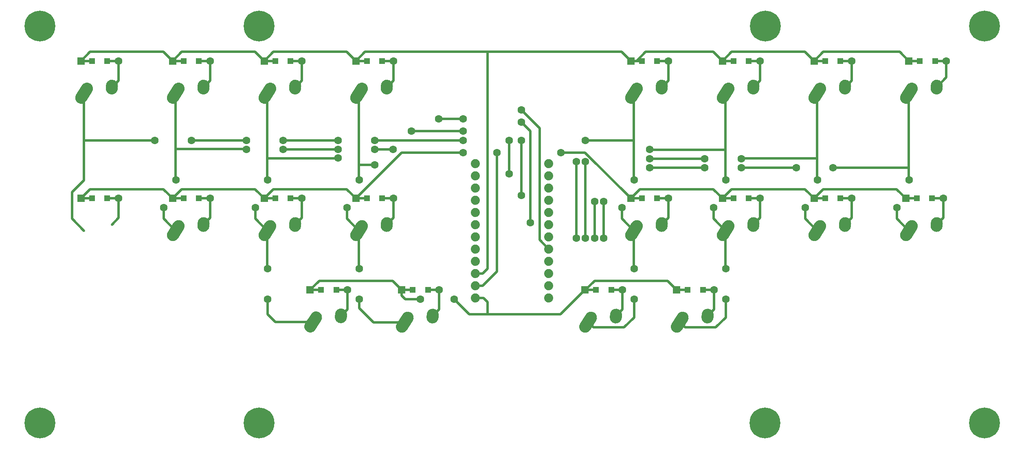
<source format=gbr>
%TF.GenerationSoftware,KiCad,Pcbnew,(5.1.10)-1*%
%TF.CreationDate,2021-10-15T02:03:14+09:00*%
%TF.ProjectId,orca_keyboard,6f726361-5f6b-4657-9962-6f6172642e6b,rev?*%
%TF.SameCoordinates,Original*%
%TF.FileFunction,Copper,L1,Top*%
%TF.FilePolarity,Positive*%
%FSLAX46Y46*%
G04 Gerber Fmt 4.6, Leading zero omitted, Abs format (unit mm)*
G04 Created by KiCad (PCBNEW (5.1.10)-1) date 2021-10-15 02:03:14*
%MOMM*%
%LPD*%
G01*
G04 APERTURE LIST*
%TA.AperFunction,ComponentPad*%
%ADD10C,6.400000*%
%TD*%
%TA.AperFunction,ComponentPad*%
%ADD11C,1.879600*%
%TD*%
%TA.AperFunction,SMDPad,CuDef*%
%ADD12R,1.200000X1.200000*%
%TD*%
%TA.AperFunction,ComponentPad*%
%ADD13R,1.600000X1.600000*%
%TD*%
%TA.AperFunction,ComponentPad*%
%ADD14C,1.600000*%
%TD*%
%TA.AperFunction,SMDPad,CuDef*%
%ADD15R,2.500000X0.500000*%
%TD*%
%TA.AperFunction,ViaPad*%
%ADD16C,1.600000*%
%TD*%
%TA.AperFunction,Conductor*%
%ADD17C,0.500000*%
%TD*%
G04 APERTURE END LIST*
D10*
%TO.P,REF\u002A\u002A,1*%
%TO.N,N/C*%
X200400000Y86580000D03*
%TD*%
%TO.P,REF\u002A\u002A,1*%
%TO.N,N/C*%
X154860000Y86580000D03*
%TD*%
%TO.P,REF\u002A\u002A,1*%
%TO.N,N/C*%
X49620000Y86590000D03*
%TD*%
%TO.P,REF\u002A\u002A,1*%
%TO.N,N/C*%
X4070000Y86580000D03*
%TD*%
%TO.P,REF\u002A\u002A,1*%
%TO.N,N/C*%
X200410000Y4070000D03*
%TD*%
%TO.P,REF\u002A\u002A,1*%
%TO.N,N/C*%
X154840000Y4070000D03*
%TD*%
%TO.P,REF\u002A\u002A,1*%
%TO.N,N/C*%
X49620000Y4070000D03*
%TD*%
%TO.P,REF\u002A\u002A,1*%
%TO.N,N/C*%
X4070000Y4070000D03*
%TD*%
D11*
%TO.P,B1,1*%
%TO.N,Net-(B1-Pad1)*%
X94620000Y58030000D03*
%TO.P,B1,2*%
%TO.N,Net-(B1-Pad2)*%
X94620000Y55490000D03*
%TO.P,B1,3*%
%TO.N,Net-(B1-Pad3)*%
X94620000Y52950000D03*
%TO.P,B1,4*%
%TO.N,Net-(B1-Pad4)*%
X94620000Y50410000D03*
%TO.P,B1,5*%
%TO.N,Net-(B1-Pad5)*%
X94620000Y47870000D03*
%TO.P,B1,6*%
%TO.N,Net-(B1-Pad6)*%
X94620000Y45330000D03*
%TO.P,B1,7*%
%TO.N,Net-(B1-Pad7)*%
X94620000Y42790000D03*
%TO.P,B1,8*%
%TO.N,Net-(B1-Pad8)*%
X94620000Y40250000D03*
%TO.P,B1,9*%
%TO.N,Net-(B1-Pad9)*%
X94620000Y37710000D03*
%TO.P,B1,10*%
%TO.N,/row0*%
X94620000Y35170000D03*
%TO.P,B1,11*%
%TO.N,/row1*%
X94620000Y32630000D03*
%TO.P,B1,12*%
%TO.N,/row2*%
X94620000Y30090000D03*
%TO.P,B1,13*%
%TO.N,/col7*%
X109860000Y30090000D03*
%TO.P,B1,14*%
%TO.N,/col6*%
X109860000Y32630000D03*
%TO.P,B1,15*%
%TO.N,/col5*%
X109860000Y35170000D03*
%TO.P,B1,16*%
%TO.N,/col4*%
X109860000Y37710000D03*
%TO.P,B1,17*%
%TO.N,/col3*%
X109860000Y40250000D03*
%TO.P,B1,18*%
%TO.N,/col2*%
X109860000Y42790000D03*
%TO.P,B1,19*%
%TO.N,/col1*%
X109860000Y45330000D03*
%TO.P,B1,20*%
%TO.N,/col0*%
X109860000Y47870000D03*
%TO.P,B1,21*%
%TO.N,Net-(B1-Pad21)*%
X109860000Y50410000D03*
%TO.P,B1,22*%
%TO.N,Net-(B1-Pad22)*%
X109860000Y52950000D03*
%TO.P,B1,23*%
%TO.N,Net-(B1-Pad23)*%
X109860000Y55490000D03*
%TO.P,B1,24*%
%TO.N,Net-(B1-Pad24)*%
X109860000Y58030000D03*
%TD*%
D12*
%TO.P,D00,2*%
%TO.N,Net-(D00-Pad2)*%
X18085000Y79375000D03*
%TO.P,D00,1*%
%TO.N,/row0*%
X14935000Y79375000D03*
D13*
X12610000Y79375000D03*
D14*
%TO.P,D00,2*%
%TO.N,Net-(D00-Pad2)*%
X20410000Y79375000D03*
D15*
%TO.P,D00,1*%
%TO.N,/row0*%
X13810000Y79375000D03*
%TO.P,D00,2*%
%TO.N,Net-(D00-Pad2)*%
X19210000Y79375000D03*
%TD*%
%TO.P,D01,2*%
%TO.N,Net-(D01-Pad2)*%
X38260000Y79375000D03*
%TO.P,D01,1*%
%TO.N,/row0*%
X32860000Y79375000D03*
D14*
%TO.P,D01,2*%
%TO.N,Net-(D01-Pad2)*%
X39460000Y79375000D03*
D13*
%TO.P,D01,1*%
%TO.N,/row0*%
X31660000Y79375000D03*
D12*
X33985000Y79375000D03*
%TO.P,D01,2*%
%TO.N,Net-(D01-Pad2)*%
X37135000Y79375000D03*
%TD*%
%TO.P,D02,2*%
%TO.N,Net-(D02-Pad2)*%
X56185000Y79375000D03*
%TO.P,D02,1*%
%TO.N,/row0*%
X53035000Y79375000D03*
D13*
X50710000Y79375000D03*
D14*
%TO.P,D02,2*%
%TO.N,Net-(D02-Pad2)*%
X58510000Y79375000D03*
D15*
%TO.P,D02,1*%
%TO.N,/row0*%
X51910000Y79375000D03*
%TO.P,D02,2*%
%TO.N,Net-(D02-Pad2)*%
X57310000Y79375000D03*
%TD*%
%TO.P,D03,2*%
%TO.N,Net-(D03-Pad2)*%
X76360000Y79375000D03*
%TO.P,D03,1*%
%TO.N,/row0*%
X70960000Y79375000D03*
D14*
%TO.P,D03,2*%
%TO.N,Net-(D03-Pad2)*%
X77560000Y79375000D03*
D13*
%TO.P,D03,1*%
%TO.N,/row0*%
X69760000Y79375000D03*
D12*
X72085000Y79375000D03*
%TO.P,D03,2*%
%TO.N,Net-(D03-Pad2)*%
X75235000Y79375000D03*
%TD*%
D15*
%TO.P,D04,2*%
%TO.N,Net-(D04-Pad2)*%
X133510000Y79375000D03*
%TO.P,D04,1*%
%TO.N,/row0*%
X128110000Y79375000D03*
D14*
%TO.P,D04,2*%
%TO.N,Net-(D04-Pad2)*%
X134710000Y79375000D03*
D13*
%TO.P,D04,1*%
%TO.N,/row0*%
X126910000Y79375000D03*
D12*
X129235000Y79375000D03*
%TO.P,D04,2*%
%TO.N,Net-(D04-Pad2)*%
X132385000Y79375000D03*
%TD*%
D15*
%TO.P,D05,2*%
%TO.N,Net-(D05-Pad2)*%
X152560000Y79375000D03*
%TO.P,D05,1*%
%TO.N,/row0*%
X147160000Y79375000D03*
D14*
%TO.P,D05,2*%
%TO.N,Net-(D05-Pad2)*%
X153760000Y79375000D03*
D13*
%TO.P,D05,1*%
%TO.N,/row0*%
X145960000Y79375000D03*
D12*
X148285000Y79375000D03*
%TO.P,D05,2*%
%TO.N,Net-(D05-Pad2)*%
X151435000Y79375000D03*
%TD*%
%TO.P,D06,2*%
%TO.N,Net-(D06-Pad2)*%
X170485000Y79375000D03*
%TO.P,D06,1*%
%TO.N,/row0*%
X167335000Y79375000D03*
D13*
X165010000Y79375000D03*
D14*
%TO.P,D06,2*%
%TO.N,Net-(D06-Pad2)*%
X172810000Y79375000D03*
D15*
%TO.P,D06,1*%
%TO.N,/row0*%
X166210000Y79375000D03*
%TO.P,D06,2*%
%TO.N,Net-(D06-Pad2)*%
X171610000Y79375000D03*
%TD*%
%TO.P,D07,2*%
%TO.N,Net-(D07-Pad2)*%
X191295000Y79375000D03*
%TO.P,D07,1*%
%TO.N,/row0*%
X185895000Y79375000D03*
D14*
%TO.P,D07,2*%
%TO.N,Net-(D07-Pad2)*%
X192495000Y79375000D03*
D13*
%TO.P,D07,1*%
%TO.N,/row0*%
X184695000Y79375000D03*
D12*
X187020000Y79375000D03*
%TO.P,D07,2*%
%TO.N,Net-(D07-Pad2)*%
X190170000Y79375000D03*
%TD*%
%TO.P,D10,2*%
%TO.N,Net-(D10-Pad2)*%
X18085000Y50800000D03*
%TO.P,D10,1*%
%TO.N,/row1*%
X14935000Y50800000D03*
D13*
X12610000Y50800000D03*
D14*
%TO.P,D10,2*%
%TO.N,Net-(D10-Pad2)*%
X20410000Y50800000D03*
D15*
%TO.P,D10,1*%
%TO.N,/row1*%
X13810000Y50800000D03*
%TO.P,D10,2*%
%TO.N,Net-(D10-Pad2)*%
X19210000Y50800000D03*
%TD*%
%TO.P,D11,2*%
%TO.N,Net-(D11-Pad2)*%
X38260000Y50800000D03*
%TO.P,D11,1*%
%TO.N,/row1*%
X32860000Y50800000D03*
D14*
%TO.P,D11,2*%
%TO.N,Net-(D11-Pad2)*%
X39460000Y50800000D03*
D13*
%TO.P,D11,1*%
%TO.N,/row1*%
X31660000Y50800000D03*
D12*
X33985000Y50800000D03*
%TO.P,D11,2*%
%TO.N,Net-(D11-Pad2)*%
X37135000Y50800000D03*
%TD*%
D15*
%TO.P,D12,2*%
%TO.N,Net-(D12-Pad2)*%
X57310000Y50800000D03*
%TO.P,D12,1*%
%TO.N,/row1*%
X51910000Y50800000D03*
D14*
%TO.P,D12,2*%
%TO.N,Net-(D12-Pad2)*%
X58510000Y50800000D03*
D13*
%TO.P,D12,1*%
%TO.N,/row1*%
X50710000Y50800000D03*
D12*
X53035000Y50800000D03*
%TO.P,D12,2*%
%TO.N,Net-(D12-Pad2)*%
X56185000Y50800000D03*
%TD*%
%TO.P,D13,2*%
%TO.N,Net-(D13-Pad2)*%
X75235000Y50800000D03*
%TO.P,D13,1*%
%TO.N,/row1*%
X72085000Y50800000D03*
D13*
X69760000Y50800000D03*
D14*
%TO.P,D13,2*%
%TO.N,Net-(D13-Pad2)*%
X77560000Y50800000D03*
D15*
%TO.P,D13,1*%
%TO.N,/row1*%
X70960000Y50800000D03*
%TO.P,D13,2*%
%TO.N,Net-(D13-Pad2)*%
X76360000Y50800000D03*
%TD*%
D12*
%TO.P,D14,2*%
%TO.N,Net-(D14-Pad2)*%
X132385000Y50800000D03*
%TO.P,D14,1*%
%TO.N,/row1*%
X129235000Y50800000D03*
D13*
X126910000Y50800000D03*
D14*
%TO.P,D14,2*%
%TO.N,Net-(D14-Pad2)*%
X134710000Y50800000D03*
D15*
%TO.P,D14,1*%
%TO.N,/row1*%
X128110000Y50800000D03*
%TO.P,D14,2*%
%TO.N,Net-(D14-Pad2)*%
X133510000Y50800000D03*
%TD*%
%TO.P,D15,2*%
%TO.N,Net-(D15-Pad2)*%
X152560000Y50800000D03*
%TO.P,D15,1*%
%TO.N,/row1*%
X147160000Y50800000D03*
D14*
%TO.P,D15,2*%
%TO.N,Net-(D15-Pad2)*%
X153760000Y50800000D03*
D13*
%TO.P,D15,1*%
%TO.N,/row1*%
X145960000Y50800000D03*
D12*
X148285000Y50800000D03*
%TO.P,D15,2*%
%TO.N,Net-(D15-Pad2)*%
X151435000Y50800000D03*
%TD*%
D15*
%TO.P,D16,2*%
%TO.N,Net-(D16-Pad2)*%
X171610000Y50800000D03*
%TO.P,D16,1*%
%TO.N,/row1*%
X166210000Y50800000D03*
D14*
%TO.P,D16,2*%
%TO.N,Net-(D16-Pad2)*%
X172810000Y50800000D03*
D13*
%TO.P,D16,1*%
%TO.N,/row1*%
X165010000Y50800000D03*
D12*
X167335000Y50800000D03*
%TO.P,D16,2*%
%TO.N,Net-(D16-Pad2)*%
X170485000Y50800000D03*
%TD*%
%TO.P,D17,2*%
%TO.N,Net-(D17-Pad2)*%
X189535000Y50800000D03*
%TO.P,D17,1*%
%TO.N,/row1*%
X186385000Y50800000D03*
D13*
X184060000Y50800000D03*
D14*
%TO.P,D17,2*%
%TO.N,Net-(D17-Pad2)*%
X191860000Y50800000D03*
D15*
%TO.P,D17,1*%
%TO.N,/row1*%
X185260000Y50800000D03*
%TO.P,D17,2*%
%TO.N,Net-(D17-Pad2)*%
X190660000Y50800000D03*
%TD*%
%TO.P,D22,2*%
%TO.N,Net-(D22-Pad2)*%
X66835000Y31750000D03*
%TO.P,D22,1*%
%TO.N,/row2*%
X61435000Y31750000D03*
D14*
%TO.P,D22,2*%
%TO.N,Net-(D22-Pad2)*%
X68035000Y31750000D03*
D13*
%TO.P,D22,1*%
%TO.N,/row2*%
X60235000Y31750000D03*
D12*
X62560000Y31750000D03*
%TO.P,D22,2*%
%TO.N,Net-(D22-Pad2)*%
X65710000Y31750000D03*
%TD*%
%TO.P,D23,2*%
%TO.N,Net-(D23-Pad2)*%
X84760000Y31750000D03*
%TO.P,D23,1*%
%TO.N,/row2*%
X81610000Y31750000D03*
D13*
X79285000Y31750000D03*
D14*
%TO.P,D23,2*%
%TO.N,Net-(D23-Pad2)*%
X87085000Y31750000D03*
D15*
%TO.P,D23,1*%
%TO.N,/row2*%
X80485000Y31750000D03*
%TO.P,D23,2*%
%TO.N,Net-(D23-Pad2)*%
X85885000Y31750000D03*
%TD*%
D12*
%TO.P,D24,2*%
%TO.N,Net-(D24-Pad2)*%
X122860000Y31750000D03*
%TO.P,D24,1*%
%TO.N,/row2*%
X119710000Y31750000D03*
D13*
X117385000Y31750000D03*
D14*
%TO.P,D24,2*%
%TO.N,Net-(D24-Pad2)*%
X125185000Y31750000D03*
D15*
%TO.P,D24,1*%
%TO.N,/row2*%
X118585000Y31750000D03*
%TO.P,D24,2*%
%TO.N,Net-(D24-Pad2)*%
X123985000Y31750000D03*
%TD*%
D12*
%TO.P,D25,2*%
%TO.N,Net-(D25-Pad2)*%
X141910000Y31750000D03*
%TO.P,D25,1*%
%TO.N,/row2*%
X138760000Y31750000D03*
D13*
X136435000Y31750000D03*
D14*
%TO.P,D25,2*%
%TO.N,Net-(D25-Pad2)*%
X144235000Y31750000D03*
D15*
%TO.P,D25,1*%
%TO.N,/row2*%
X137635000Y31750000D03*
%TO.P,D25,2*%
%TO.N,Net-(D25-Pad2)*%
X143035000Y31750000D03*
%TD*%
%TO.P,K00,2*%
%TO.N,Net-(D00-Pad2)*%
%TA.AperFunction,ComponentPad*%
G36*
G01*
X17783171Y73715691D02*
X17822619Y74294347D01*
G75*
G02*
X19154743Y75456433I1247105J-85019D01*
G01*
X19154743Y75456433D01*
G75*
G02*
X20316829Y74124309I-85019J-1247105D01*
G01*
X20277381Y73545653D01*
G75*
G02*
X18945257Y72383567I-1247105J85019D01*
G01*
X18945257Y72383567D01*
G75*
G02*
X17783171Y73715691I85019J1247105D01*
G01*
G37*
%TD.AperFunction*%
%TO.P,K00,1*%
%TO.N,/col0*%
%TA.AperFunction,ComponentPad*%
G36*
G01*
X11616299Y72372810D02*
X12825223Y74270440D01*
G75*
G02*
X14551087Y74653054I1054239J-671625D01*
G01*
X14551087Y74653054D01*
G75*
G02*
X14933701Y72927190I-671625J-1054239D01*
G01*
X13724777Y71029560D01*
G75*
G02*
X11998913Y70646946I-1054239J671625D01*
G01*
X11998913Y70646946D01*
G75*
G02*
X11616299Y72372810I671625J1054239D01*
G01*
G37*
%TD.AperFunction*%
%TD*%
%TO.P,K01,1*%
%TO.N,/col1*%
%TA.AperFunction,ComponentPad*%
G36*
G01*
X30666299Y72372810D02*
X31875223Y74270440D01*
G75*
G02*
X33601087Y74653054I1054239J-671625D01*
G01*
X33601087Y74653054D01*
G75*
G02*
X33983701Y72927190I-671625J-1054239D01*
G01*
X32774777Y71029560D01*
G75*
G02*
X31048913Y70646946I-1054239J671625D01*
G01*
X31048913Y70646946D01*
G75*
G02*
X30666299Y72372810I671625J1054239D01*
G01*
G37*
%TD.AperFunction*%
%TO.P,K01,2*%
%TO.N,Net-(D01-Pad2)*%
%TA.AperFunction,ComponentPad*%
G36*
G01*
X36833171Y73715691D02*
X36872619Y74294347D01*
G75*
G02*
X38204743Y75456433I1247105J-85019D01*
G01*
X38204743Y75456433D01*
G75*
G02*
X39366829Y74124309I-85019J-1247105D01*
G01*
X39327381Y73545653D01*
G75*
G02*
X37995257Y72383567I-1247105J85019D01*
G01*
X37995257Y72383567D01*
G75*
G02*
X36833171Y73715691I85019J1247105D01*
G01*
G37*
%TD.AperFunction*%
%TD*%
%TO.P,K02,2*%
%TO.N,Net-(D02-Pad2)*%
%TA.AperFunction,ComponentPad*%
G36*
G01*
X55883171Y73715691D02*
X55922619Y74294347D01*
G75*
G02*
X57254743Y75456433I1247105J-85019D01*
G01*
X57254743Y75456433D01*
G75*
G02*
X58416829Y74124309I-85019J-1247105D01*
G01*
X58377381Y73545653D01*
G75*
G02*
X57045257Y72383567I-1247105J85019D01*
G01*
X57045257Y72383567D01*
G75*
G02*
X55883171Y73715691I85019J1247105D01*
G01*
G37*
%TD.AperFunction*%
%TO.P,K02,1*%
%TO.N,/col2*%
%TA.AperFunction,ComponentPad*%
G36*
G01*
X49716299Y72372810D02*
X50925223Y74270440D01*
G75*
G02*
X52651087Y74653054I1054239J-671625D01*
G01*
X52651087Y74653054D01*
G75*
G02*
X53033701Y72927190I-671625J-1054239D01*
G01*
X51824777Y71029560D01*
G75*
G02*
X50098913Y70646946I-1054239J671625D01*
G01*
X50098913Y70646946D01*
G75*
G02*
X49716299Y72372810I671625J1054239D01*
G01*
G37*
%TD.AperFunction*%
%TD*%
%TO.P,K03,1*%
%TO.N,/col3*%
%TA.AperFunction,ComponentPad*%
G36*
G01*
X68766299Y72372810D02*
X69975223Y74270440D01*
G75*
G02*
X71701087Y74653054I1054239J-671625D01*
G01*
X71701087Y74653054D01*
G75*
G02*
X72083701Y72927190I-671625J-1054239D01*
G01*
X70874777Y71029560D01*
G75*
G02*
X69148913Y70646946I-1054239J671625D01*
G01*
X69148913Y70646946D01*
G75*
G02*
X68766299Y72372810I671625J1054239D01*
G01*
G37*
%TD.AperFunction*%
%TO.P,K03,2*%
%TO.N,Net-(D03-Pad2)*%
%TA.AperFunction,ComponentPad*%
G36*
G01*
X74933171Y73715691D02*
X74972619Y74294347D01*
G75*
G02*
X76304743Y75456433I1247105J-85019D01*
G01*
X76304743Y75456433D01*
G75*
G02*
X77466829Y74124309I-85019J-1247105D01*
G01*
X77427381Y73545653D01*
G75*
G02*
X76095257Y72383567I-1247105J85019D01*
G01*
X76095257Y72383567D01*
G75*
G02*
X74933171Y73715691I85019J1247105D01*
G01*
G37*
%TD.AperFunction*%
%TD*%
%TO.P,K04,2*%
%TO.N,Net-(D04-Pad2)*%
%TA.AperFunction,ComponentPad*%
G36*
G01*
X132083171Y73715691D02*
X132122619Y74294347D01*
G75*
G02*
X133454743Y75456433I1247105J-85019D01*
G01*
X133454743Y75456433D01*
G75*
G02*
X134616829Y74124309I-85019J-1247105D01*
G01*
X134577381Y73545653D01*
G75*
G02*
X133245257Y72383567I-1247105J85019D01*
G01*
X133245257Y72383567D01*
G75*
G02*
X132083171Y73715691I85019J1247105D01*
G01*
G37*
%TD.AperFunction*%
%TO.P,K04,1*%
%TO.N,/col4*%
%TA.AperFunction,ComponentPad*%
G36*
G01*
X125916299Y72372810D02*
X127125223Y74270440D01*
G75*
G02*
X128851087Y74653054I1054239J-671625D01*
G01*
X128851087Y74653054D01*
G75*
G02*
X129233701Y72927190I-671625J-1054239D01*
G01*
X128024777Y71029560D01*
G75*
G02*
X126298913Y70646946I-1054239J671625D01*
G01*
X126298913Y70646946D01*
G75*
G02*
X125916299Y72372810I671625J1054239D01*
G01*
G37*
%TD.AperFunction*%
%TD*%
%TO.P,K05,1*%
%TO.N,/col5*%
%TA.AperFunction,ComponentPad*%
G36*
G01*
X144966299Y72372810D02*
X146175223Y74270440D01*
G75*
G02*
X147901087Y74653054I1054239J-671625D01*
G01*
X147901087Y74653054D01*
G75*
G02*
X148283701Y72927190I-671625J-1054239D01*
G01*
X147074777Y71029560D01*
G75*
G02*
X145348913Y70646946I-1054239J671625D01*
G01*
X145348913Y70646946D01*
G75*
G02*
X144966299Y72372810I671625J1054239D01*
G01*
G37*
%TD.AperFunction*%
%TO.P,K05,2*%
%TO.N,Net-(D05-Pad2)*%
%TA.AperFunction,ComponentPad*%
G36*
G01*
X151133171Y73715691D02*
X151172619Y74294347D01*
G75*
G02*
X152504743Y75456433I1247105J-85019D01*
G01*
X152504743Y75456433D01*
G75*
G02*
X153666829Y74124309I-85019J-1247105D01*
G01*
X153627381Y73545653D01*
G75*
G02*
X152295257Y72383567I-1247105J85019D01*
G01*
X152295257Y72383567D01*
G75*
G02*
X151133171Y73715691I85019J1247105D01*
G01*
G37*
%TD.AperFunction*%
%TD*%
%TO.P,K06,2*%
%TO.N,Net-(D06-Pad2)*%
%TA.AperFunction,ComponentPad*%
G36*
G01*
X170183171Y73715691D02*
X170222619Y74294347D01*
G75*
G02*
X171554743Y75456433I1247105J-85019D01*
G01*
X171554743Y75456433D01*
G75*
G02*
X172716829Y74124309I-85019J-1247105D01*
G01*
X172677381Y73545653D01*
G75*
G02*
X171345257Y72383567I-1247105J85019D01*
G01*
X171345257Y72383567D01*
G75*
G02*
X170183171Y73715691I85019J1247105D01*
G01*
G37*
%TD.AperFunction*%
%TO.P,K06,1*%
%TO.N,/col6*%
%TA.AperFunction,ComponentPad*%
G36*
G01*
X164016299Y72372810D02*
X165225223Y74270440D01*
G75*
G02*
X166951087Y74653054I1054239J-671625D01*
G01*
X166951087Y74653054D01*
G75*
G02*
X167333701Y72927190I-671625J-1054239D01*
G01*
X166124777Y71029560D01*
G75*
G02*
X164398913Y70646946I-1054239J671625D01*
G01*
X164398913Y70646946D01*
G75*
G02*
X164016299Y72372810I671625J1054239D01*
G01*
G37*
%TD.AperFunction*%
%TD*%
%TO.P,K07,1*%
%TO.N,/col7*%
%TA.AperFunction,ComponentPad*%
G36*
G01*
X183066299Y72372810D02*
X184275223Y74270440D01*
G75*
G02*
X186001087Y74653054I1054239J-671625D01*
G01*
X186001087Y74653054D01*
G75*
G02*
X186383701Y72927190I-671625J-1054239D01*
G01*
X185174777Y71029560D01*
G75*
G02*
X183448913Y70646946I-1054239J671625D01*
G01*
X183448913Y70646946D01*
G75*
G02*
X183066299Y72372810I671625J1054239D01*
G01*
G37*
%TD.AperFunction*%
%TO.P,K07,2*%
%TO.N,Net-(D07-Pad2)*%
%TA.AperFunction,ComponentPad*%
G36*
G01*
X189233171Y73715691D02*
X189272619Y74294347D01*
G75*
G02*
X190604743Y75456433I1247105J-85019D01*
G01*
X190604743Y75456433D01*
G75*
G02*
X191766829Y74124309I-85019J-1247105D01*
G01*
X191727381Y73545653D01*
G75*
G02*
X190395257Y72383567I-1247105J85019D01*
G01*
X190395257Y72383567D01*
G75*
G02*
X189233171Y73715691I85019J1247105D01*
G01*
G37*
%TD.AperFunction*%
%TD*%
%TO.P,K11,2*%
%TO.N,Net-(D11-Pad2)*%
%TA.AperFunction,ComponentPad*%
G36*
G01*
X36833171Y45135691D02*
X36872619Y45714347D01*
G75*
G02*
X38204743Y46876433I1247105J-85019D01*
G01*
X38204743Y46876433D01*
G75*
G02*
X39366829Y45544309I-85019J-1247105D01*
G01*
X39327381Y44965653D01*
G75*
G02*
X37995257Y43803567I-1247105J85019D01*
G01*
X37995257Y43803567D01*
G75*
G02*
X36833171Y45135691I85019J1247105D01*
G01*
G37*
%TD.AperFunction*%
%TO.P,K11,1*%
%TO.N,/col1*%
%TA.AperFunction,ComponentPad*%
G36*
G01*
X30666299Y43792810D02*
X31875223Y45690440D01*
G75*
G02*
X33601087Y46073054I1054239J-671625D01*
G01*
X33601087Y46073054D01*
G75*
G02*
X33983701Y44347190I-671625J-1054239D01*
G01*
X32774777Y42449560D01*
G75*
G02*
X31048913Y42066946I-1054239J671625D01*
G01*
X31048913Y42066946D01*
G75*
G02*
X30666299Y43792810I671625J1054239D01*
G01*
G37*
%TD.AperFunction*%
%TD*%
%TO.P,K12,1*%
%TO.N,/col2*%
%TA.AperFunction,ComponentPad*%
G36*
G01*
X49716299Y43792810D02*
X50925223Y45690440D01*
G75*
G02*
X52651087Y46073054I1054239J-671625D01*
G01*
X52651087Y46073054D01*
G75*
G02*
X53033701Y44347190I-671625J-1054239D01*
G01*
X51824777Y42449560D01*
G75*
G02*
X50098913Y42066946I-1054239J671625D01*
G01*
X50098913Y42066946D01*
G75*
G02*
X49716299Y43792810I671625J1054239D01*
G01*
G37*
%TD.AperFunction*%
%TO.P,K12,2*%
%TO.N,Net-(D12-Pad2)*%
%TA.AperFunction,ComponentPad*%
G36*
G01*
X55883171Y45135691D02*
X55922619Y45714347D01*
G75*
G02*
X57254743Y46876433I1247105J-85019D01*
G01*
X57254743Y46876433D01*
G75*
G02*
X58416829Y45544309I-85019J-1247105D01*
G01*
X58377381Y44965653D01*
G75*
G02*
X57045257Y43803567I-1247105J85019D01*
G01*
X57045257Y43803567D01*
G75*
G02*
X55883171Y45135691I85019J1247105D01*
G01*
G37*
%TD.AperFunction*%
%TD*%
%TO.P,K13,2*%
%TO.N,Net-(D13-Pad2)*%
%TA.AperFunction,ComponentPad*%
G36*
G01*
X74933171Y45135691D02*
X74972619Y45714347D01*
G75*
G02*
X76304743Y46876433I1247105J-85019D01*
G01*
X76304743Y46876433D01*
G75*
G02*
X77466829Y45544309I-85019J-1247105D01*
G01*
X77427381Y44965653D01*
G75*
G02*
X76095257Y43803567I-1247105J85019D01*
G01*
X76095257Y43803567D01*
G75*
G02*
X74933171Y45135691I85019J1247105D01*
G01*
G37*
%TD.AperFunction*%
%TO.P,K13,1*%
%TO.N,/col3*%
%TA.AperFunction,ComponentPad*%
G36*
G01*
X68766299Y43792810D02*
X69975223Y45690440D01*
G75*
G02*
X71701087Y46073054I1054239J-671625D01*
G01*
X71701087Y46073054D01*
G75*
G02*
X72083701Y44347190I-671625J-1054239D01*
G01*
X70874777Y42449560D01*
G75*
G02*
X69148913Y42066946I-1054239J671625D01*
G01*
X69148913Y42066946D01*
G75*
G02*
X68766299Y43792810I671625J1054239D01*
G01*
G37*
%TD.AperFunction*%
%TD*%
%TO.P,K14,1*%
%TO.N,/col4*%
%TA.AperFunction,ComponentPad*%
G36*
G01*
X125916299Y43792810D02*
X127125223Y45690440D01*
G75*
G02*
X128851087Y46073054I1054239J-671625D01*
G01*
X128851087Y46073054D01*
G75*
G02*
X129233701Y44347190I-671625J-1054239D01*
G01*
X128024777Y42449560D01*
G75*
G02*
X126298913Y42066946I-1054239J671625D01*
G01*
X126298913Y42066946D01*
G75*
G02*
X125916299Y43792810I671625J1054239D01*
G01*
G37*
%TD.AperFunction*%
%TO.P,K14,2*%
%TO.N,Net-(D14-Pad2)*%
%TA.AperFunction,ComponentPad*%
G36*
G01*
X132083171Y45135691D02*
X132122619Y45714347D01*
G75*
G02*
X133454743Y46876433I1247105J-85019D01*
G01*
X133454743Y46876433D01*
G75*
G02*
X134616829Y45544309I-85019J-1247105D01*
G01*
X134577381Y44965653D01*
G75*
G02*
X133245257Y43803567I-1247105J85019D01*
G01*
X133245257Y43803567D01*
G75*
G02*
X132083171Y45135691I85019J1247105D01*
G01*
G37*
%TD.AperFunction*%
%TD*%
%TO.P,K15,2*%
%TO.N,Net-(D15-Pad2)*%
%TA.AperFunction,ComponentPad*%
G36*
G01*
X151133171Y45135691D02*
X151172619Y45714347D01*
G75*
G02*
X152504743Y46876433I1247105J-85019D01*
G01*
X152504743Y46876433D01*
G75*
G02*
X153666829Y45544309I-85019J-1247105D01*
G01*
X153627381Y44965653D01*
G75*
G02*
X152295257Y43803567I-1247105J85019D01*
G01*
X152295257Y43803567D01*
G75*
G02*
X151133171Y45135691I85019J1247105D01*
G01*
G37*
%TD.AperFunction*%
%TO.P,K15,1*%
%TO.N,/col5*%
%TA.AperFunction,ComponentPad*%
G36*
G01*
X144966299Y43792810D02*
X146175223Y45690440D01*
G75*
G02*
X147901087Y46073054I1054239J-671625D01*
G01*
X147901087Y46073054D01*
G75*
G02*
X148283701Y44347190I-671625J-1054239D01*
G01*
X147074777Y42449560D01*
G75*
G02*
X145348913Y42066946I-1054239J671625D01*
G01*
X145348913Y42066946D01*
G75*
G02*
X144966299Y43792810I671625J1054239D01*
G01*
G37*
%TD.AperFunction*%
%TD*%
%TO.P,K16,1*%
%TO.N,/col6*%
%TA.AperFunction,ComponentPad*%
G36*
G01*
X164016299Y43792810D02*
X165225223Y45690440D01*
G75*
G02*
X166951087Y46073054I1054239J-671625D01*
G01*
X166951087Y46073054D01*
G75*
G02*
X167333701Y44347190I-671625J-1054239D01*
G01*
X166124777Y42449560D01*
G75*
G02*
X164398913Y42066946I-1054239J671625D01*
G01*
X164398913Y42066946D01*
G75*
G02*
X164016299Y43792810I671625J1054239D01*
G01*
G37*
%TD.AperFunction*%
%TO.P,K16,2*%
%TO.N,Net-(D16-Pad2)*%
%TA.AperFunction,ComponentPad*%
G36*
G01*
X170183171Y45135691D02*
X170222619Y45714347D01*
G75*
G02*
X171554743Y46876433I1247105J-85019D01*
G01*
X171554743Y46876433D01*
G75*
G02*
X172716829Y45544309I-85019J-1247105D01*
G01*
X172677381Y44965653D01*
G75*
G02*
X171345257Y43803567I-1247105J85019D01*
G01*
X171345257Y43803567D01*
G75*
G02*
X170183171Y45135691I85019J1247105D01*
G01*
G37*
%TD.AperFunction*%
%TD*%
%TO.P,K17,2*%
%TO.N,Net-(D17-Pad2)*%
%TA.AperFunction,ComponentPad*%
G36*
G01*
X189233171Y45135691D02*
X189272619Y45714347D01*
G75*
G02*
X190604743Y46876433I1247105J-85019D01*
G01*
X190604743Y46876433D01*
G75*
G02*
X191766829Y45544309I-85019J-1247105D01*
G01*
X191727381Y44965653D01*
G75*
G02*
X190395257Y43803567I-1247105J85019D01*
G01*
X190395257Y43803567D01*
G75*
G02*
X189233171Y45135691I85019J1247105D01*
G01*
G37*
%TD.AperFunction*%
%TO.P,K17,1*%
%TO.N,/col7*%
%TA.AperFunction,ComponentPad*%
G36*
G01*
X183066299Y43792810D02*
X184275223Y45690440D01*
G75*
G02*
X186001087Y46073054I1054239J-671625D01*
G01*
X186001087Y46073054D01*
G75*
G02*
X186383701Y44347190I-671625J-1054239D01*
G01*
X185174777Y42449560D01*
G75*
G02*
X183448913Y42066946I-1054239J671625D01*
G01*
X183448913Y42066946D01*
G75*
G02*
X183066299Y43792810I671625J1054239D01*
G01*
G37*
%TD.AperFunction*%
%TD*%
%TO.P,K22,1*%
%TO.N,/col2*%
%TA.AperFunction,ComponentPad*%
G36*
G01*
X59236299Y24792810D02*
X60445223Y26690440D01*
G75*
G02*
X62171087Y27073054I1054239J-671625D01*
G01*
X62171087Y27073054D01*
G75*
G02*
X62553701Y25347190I-671625J-1054239D01*
G01*
X61344777Y23449560D01*
G75*
G02*
X59618913Y23066946I-1054239J671625D01*
G01*
X59618913Y23066946D01*
G75*
G02*
X59236299Y24792810I671625J1054239D01*
G01*
G37*
%TD.AperFunction*%
%TO.P,K22,2*%
%TO.N,Net-(D22-Pad2)*%
%TA.AperFunction,ComponentPad*%
G36*
G01*
X65403171Y26135691D02*
X65442619Y26714347D01*
G75*
G02*
X66774743Y27876433I1247105J-85019D01*
G01*
X66774743Y27876433D01*
G75*
G02*
X67936829Y26544309I-85019J-1247105D01*
G01*
X67897381Y25965653D01*
G75*
G02*
X66565257Y24803567I-1247105J85019D01*
G01*
X66565257Y24803567D01*
G75*
G02*
X65403171Y26135691I85019J1247105D01*
G01*
G37*
%TD.AperFunction*%
%TD*%
%TO.P,K23,1*%
%TO.N,/col3*%
%TA.AperFunction,ComponentPad*%
G36*
G01*
X78286299Y24742810D02*
X79495223Y26640440D01*
G75*
G02*
X81221087Y27023054I1054239J-671625D01*
G01*
X81221087Y27023054D01*
G75*
G02*
X81603701Y25297190I-671625J-1054239D01*
G01*
X80394777Y23399560D01*
G75*
G02*
X78668913Y23016946I-1054239J671625D01*
G01*
X78668913Y23016946D01*
G75*
G02*
X78286299Y24742810I671625J1054239D01*
G01*
G37*
%TD.AperFunction*%
%TO.P,K23,2*%
%TO.N,Net-(D23-Pad2)*%
%TA.AperFunction,ComponentPad*%
G36*
G01*
X84453171Y26085691D02*
X84492619Y26664347D01*
G75*
G02*
X85824743Y27826433I1247105J-85019D01*
G01*
X85824743Y27826433D01*
G75*
G02*
X86986829Y26494309I-85019J-1247105D01*
G01*
X86947381Y25915653D01*
G75*
G02*
X85615257Y24753567I-1247105J85019D01*
G01*
X85615257Y24753567D01*
G75*
G02*
X84453171Y26085691I85019J1247105D01*
G01*
G37*
%TD.AperFunction*%
%TD*%
%TO.P,K24,2*%
%TO.N,Net-(D24-Pad2)*%
%TA.AperFunction,ComponentPad*%
G36*
G01*
X122553171Y26085691D02*
X122592619Y26664347D01*
G75*
G02*
X123924743Y27826433I1247105J-85019D01*
G01*
X123924743Y27826433D01*
G75*
G02*
X125086829Y26494309I-85019J-1247105D01*
G01*
X125047381Y25915653D01*
G75*
G02*
X123715257Y24753567I-1247105J85019D01*
G01*
X123715257Y24753567D01*
G75*
G02*
X122553171Y26085691I85019J1247105D01*
G01*
G37*
%TD.AperFunction*%
%TO.P,K24,1*%
%TO.N,/col4*%
%TA.AperFunction,ComponentPad*%
G36*
G01*
X116386299Y24742810D02*
X117595223Y26640440D01*
G75*
G02*
X119321087Y27023054I1054239J-671625D01*
G01*
X119321087Y27023054D01*
G75*
G02*
X119703701Y25297190I-671625J-1054239D01*
G01*
X118494777Y23399560D01*
G75*
G02*
X116768913Y23016946I-1054239J671625D01*
G01*
X116768913Y23016946D01*
G75*
G02*
X116386299Y24742810I671625J1054239D01*
G01*
G37*
%TD.AperFunction*%
%TD*%
%TO.P,K25,2*%
%TO.N,Net-(D25-Pad2)*%
%TA.AperFunction,ComponentPad*%
G36*
G01*
X141603171Y26085691D02*
X141642619Y26664347D01*
G75*
G02*
X142974743Y27826433I1247105J-85019D01*
G01*
X142974743Y27826433D01*
G75*
G02*
X144136829Y26494309I-85019J-1247105D01*
G01*
X144097381Y25915653D01*
G75*
G02*
X142765257Y24753567I-1247105J85019D01*
G01*
X142765257Y24753567D01*
G75*
G02*
X141603171Y26085691I85019J1247105D01*
G01*
G37*
%TD.AperFunction*%
%TO.P,K25,1*%
%TO.N,/col5*%
%TA.AperFunction,ComponentPad*%
G36*
G01*
X135436299Y24742810D02*
X136645223Y26640440D01*
G75*
G02*
X138371087Y27023054I1054239J-671625D01*
G01*
X138371087Y27023054D01*
G75*
G02*
X138753701Y25297190I-671625J-1054239D01*
G01*
X137544777Y23399560D01*
G75*
G02*
X135818913Y23016946I-1054239J671625D01*
G01*
X135818913Y23016946D01*
G75*
G02*
X135436299Y24742810I671625J1054239D01*
G01*
G37*
%TD.AperFunction*%
%TD*%
D16*
%TO.N,/row1*%
X92075000Y60325000D03*
X112395000Y60325000D03*
X99060000Y60325000D03*
%TO.N,/row2*%
X83185000Y29845000D03*
X90170000Y29845000D03*
%TO.N,/col7*%
X184785000Y54610000D03*
X182245000Y48895000D03*
X121285000Y42545000D03*
X121285000Y50165000D03*
X130810000Y57150000D03*
X142240000Y57150000D03*
X149860000Y57150000D03*
X161290000Y57150000D03*
X168910000Y57150000D03*
%TO.N,/col6*%
X165735000Y54610000D03*
X163195000Y48895000D03*
X149860000Y59055000D03*
X142240000Y59055000D03*
X130810000Y59055000D03*
X119380000Y42545000D03*
X119380000Y50165000D03*
%TO.N,/col5*%
X146685000Y54610000D03*
X144145000Y48895000D03*
X146685000Y36195000D03*
X146685000Y29845000D03*
X130810000Y60960000D03*
X117475000Y58420000D03*
X117475000Y42545000D03*
%TO.N,/col4*%
X127635000Y54610000D03*
X125095000Y48895000D03*
X127635000Y36195000D03*
X127635000Y29845000D03*
X117475000Y62865000D03*
X115570000Y58420000D03*
X115570000Y42545000D03*
%TO.N,/col3*%
X70485000Y54610000D03*
X67945000Y48895000D03*
X70485000Y36195000D03*
X70485000Y29845000D03*
X73660000Y57785000D03*
X104140000Y69215000D03*
%TO.N,/col2*%
X51435000Y54610000D03*
X48895000Y48895000D03*
X51435000Y36195000D03*
X51435000Y29845000D03*
X66040000Y59159997D03*
X86995000Y67310000D03*
X92075000Y67310000D03*
X104140000Y66675000D03*
X106045000Y45720000D03*
%TO.N,/col1*%
X32385000Y54610000D03*
X29845000Y48895000D03*
X46990000Y60960000D03*
X54610000Y60960000D03*
X66040000Y60960000D03*
X73660000Y60960000D03*
X77470000Y60960000D03*
X81280000Y64770000D03*
X92075000Y64770000D03*
X104140000Y62865000D03*
X104140000Y51435000D03*
%TO.N,/col0*%
X27940000Y62865000D03*
X35560000Y62865000D03*
X46990000Y62865000D03*
X54610000Y62865000D03*
X66040000Y62865000D03*
X73660000Y62865000D03*
X92075000Y62865000D03*
X101600000Y62865000D03*
X101600000Y55880000D03*
%TD*%
D17*
%TO.N,/row0*%
X12610000Y79375000D02*
X14515000Y81280000D01*
X29755000Y81280000D02*
X31660000Y79375000D01*
X14515000Y81280000D02*
X29755000Y81280000D01*
X31660000Y79375000D02*
X33565000Y81280000D01*
X48805000Y81280000D02*
X50710000Y79375000D01*
X33565000Y81280000D02*
X48805000Y81280000D01*
X50710000Y79375000D02*
X52615000Y81280000D01*
X67855000Y81280000D02*
X69760000Y79375000D01*
X52615000Y81280000D02*
X67855000Y81280000D01*
X69760000Y79375000D02*
X71665000Y81280000D01*
X125005000Y81280000D02*
X126910000Y79375000D01*
X128110000Y79375000D02*
X130015000Y81280000D01*
X144055000Y81280000D02*
X145960000Y79375000D01*
X130015000Y81280000D02*
X144055000Y81280000D01*
X145960000Y79375000D02*
X147865000Y81280000D01*
X163105000Y81280000D02*
X165010000Y79375000D01*
X147865000Y81280000D02*
X163105000Y81280000D01*
X165010000Y79375000D02*
X166915000Y81280000D01*
X182790000Y81280000D02*
X184695000Y79375000D01*
X166915000Y81280000D02*
X182790000Y81280000D01*
X97155000Y81280000D02*
X125005000Y81280000D01*
X71665000Y81280000D02*
X97155000Y81280000D01*
X97155000Y63500000D02*
X97155000Y81280000D01*
X97155000Y36195000D02*
X97155000Y63500000D01*
X96130000Y35170000D02*
X97155000Y36195000D01*
X94620000Y35170000D02*
X96130000Y35170000D01*
%TO.N,/row1*%
X12610000Y50800000D02*
X14515000Y52705000D01*
X29755000Y52705000D02*
X31660000Y50800000D01*
X14515000Y52705000D02*
X29755000Y52705000D01*
X31660000Y50800000D02*
X33565000Y52705000D01*
X48805000Y52705000D02*
X50710000Y50800000D01*
X33565000Y52705000D02*
X48805000Y52705000D01*
X50710000Y50800000D02*
X52615000Y52705000D01*
X67855000Y52705000D02*
X69760000Y50800000D01*
X52615000Y52705000D02*
X67855000Y52705000D01*
X69760000Y50800000D02*
X79285000Y60325000D01*
X126910000Y50800000D02*
X128815000Y52705000D01*
X144055000Y52705000D02*
X145960000Y50800000D01*
X128815000Y52705000D02*
X144055000Y52705000D01*
X145960000Y50800000D02*
X147865000Y52705000D01*
X163105000Y52705000D02*
X165010000Y50800000D01*
X147865000Y52705000D02*
X163105000Y52705000D01*
X165010000Y50800000D02*
X166915000Y52705000D01*
X182155000Y52705000D02*
X184060000Y50800000D01*
X166915000Y52705000D02*
X182155000Y52705000D01*
X99060000Y35560000D02*
X99060000Y60325000D01*
X96130000Y32630000D02*
X99060000Y35560000D01*
X94620000Y32630000D02*
X96130000Y32630000D01*
X79285000Y60325000D02*
X92075000Y60325000D01*
X117385000Y60325000D02*
X126910000Y50800000D01*
X112395000Y60325000D02*
X117385000Y60325000D01*
%TO.N,/row2*%
X60235000Y31750000D02*
X62140000Y33655000D01*
X77380000Y33655000D02*
X79285000Y31750000D01*
X62140000Y33655000D02*
X77380000Y33655000D01*
X79285000Y31750000D02*
X79285000Y30570000D01*
X80010000Y29845000D02*
X83185000Y29845000D01*
X79285000Y30570000D02*
X80010000Y29845000D01*
X90170000Y29845000D02*
X93345000Y26670000D01*
X112305000Y26670000D02*
X117385000Y31750000D01*
X117385000Y31750000D02*
X117475000Y31750000D01*
X117475000Y31750000D02*
X119380000Y33655000D01*
X134530000Y33655000D02*
X136435000Y31750000D01*
X119380000Y33655000D02*
X134530000Y33655000D01*
X94620000Y30090000D02*
X96275000Y30090000D01*
X97155000Y29210000D02*
X97155000Y26670000D01*
X96275000Y30090000D02*
X97155000Y29210000D01*
X97155000Y26670000D02*
X112305000Y26670000D01*
X93345000Y26670000D02*
X97155000Y26670000D01*
%TO.N,/col7*%
X184725000Y54670000D02*
X184785000Y54610000D01*
X182245000Y46550000D02*
X184725000Y44070000D01*
X182245000Y48895000D02*
X182245000Y46550000D01*
X121285000Y42545000D02*
X121285000Y50165000D01*
X130810000Y57150000D02*
X142240000Y57150000D01*
X149860000Y57150000D02*
X161290000Y57150000D01*
X168910000Y57150000D02*
X184665000Y57150000D01*
X184665000Y57150000D02*
X184725000Y57210000D01*
X184725000Y57210000D02*
X184725000Y54670000D01*
X184725000Y72650000D02*
X184725000Y57210000D01*
%TO.N,/col6*%
X165675000Y54670000D02*
X165735000Y54610000D01*
X163195000Y46550000D02*
X165675000Y44070000D01*
X163195000Y48895000D02*
X163195000Y46550000D01*
X149920000Y59115000D02*
X149860000Y59055000D01*
X165675000Y59115000D02*
X149920000Y59115000D01*
X165675000Y72650000D02*
X165675000Y59115000D01*
X165675000Y59115000D02*
X165675000Y54670000D01*
X142240000Y59055000D02*
X130810000Y59055000D01*
X119380000Y50165000D02*
X119380000Y42545000D01*
%TO.N,/col5*%
X146625000Y54670000D02*
X146685000Y54610000D01*
X144145000Y46550000D02*
X146625000Y44070000D01*
X144145000Y48895000D02*
X144145000Y46550000D01*
X146625000Y36255000D02*
X146685000Y36195000D01*
X146625000Y44070000D02*
X146625000Y36255000D01*
X146685000Y29845000D02*
X146685000Y26035000D01*
X138171099Y23943901D02*
X137095000Y25020000D01*
X144593901Y23943901D02*
X138171099Y23943901D01*
X146685000Y26035000D02*
X144593901Y23943901D01*
X130870000Y60900000D02*
X130810000Y60960000D01*
X146625000Y60900000D02*
X130870000Y60900000D01*
X146625000Y72650000D02*
X146625000Y60900000D01*
X146625000Y60900000D02*
X146625000Y54670000D01*
X117475000Y58420000D02*
X117475000Y42545000D01*
%TO.N,/col4*%
X127575000Y54670000D02*
X127635000Y54610000D01*
X125095000Y46550000D02*
X127575000Y44070000D01*
X125095000Y48895000D02*
X125095000Y46550000D01*
X127575000Y36255000D02*
X127635000Y36195000D01*
X127575000Y44070000D02*
X127575000Y36255000D01*
X118808294Y24256706D02*
X118045000Y25020000D01*
X127635000Y29845000D02*
X127635000Y26035000D01*
X125543901Y23943901D02*
X119121099Y23943901D01*
X119121099Y23943901D02*
X118045000Y25020000D01*
X127635000Y26035000D02*
X125543901Y23943901D01*
X117535000Y62805000D02*
X117475000Y62865000D01*
X127575000Y62805000D02*
X117535000Y62805000D01*
X127575000Y72650000D02*
X127575000Y62805000D01*
X127575000Y62805000D02*
X127575000Y54670000D01*
X115570000Y58420000D02*
X115570000Y42545000D01*
%TO.N,/col3*%
X70425000Y54670000D02*
X70485000Y54610000D01*
X67945000Y46550000D02*
X70425000Y44070000D01*
X67945000Y48895000D02*
X67945000Y46550000D01*
X70425000Y36255000D02*
X70485000Y36195000D01*
X70425000Y44070000D02*
X70425000Y36255000D01*
X70485000Y29845000D02*
X70485000Y27940000D01*
X73405000Y25020000D02*
X79945000Y25020000D01*
X70485000Y27940000D02*
X73405000Y25020000D01*
X73600000Y57725000D02*
X73660000Y57785000D01*
X70425000Y57725000D02*
X73600000Y57725000D01*
X70425000Y72650000D02*
X70425000Y57725000D01*
X70425000Y57725000D02*
X70425000Y54670000D01*
X104140000Y69215000D02*
X107950000Y65405000D01*
X107950000Y42160000D02*
X109860000Y40250000D01*
X107950000Y65405000D02*
X107950000Y42160000D01*
%TO.N,/col2*%
X51375000Y54670000D02*
X51435000Y54610000D01*
X48895000Y46550000D02*
X51375000Y44070000D01*
X48895000Y48895000D02*
X48895000Y46550000D01*
X51375000Y36255000D02*
X51435000Y36195000D01*
X51375000Y44070000D02*
X51375000Y36255000D01*
X53035000Y25070000D02*
X60895000Y25070000D01*
X51435000Y26670000D02*
X53035000Y25070000D01*
X51435000Y29845000D02*
X51435000Y26670000D01*
X51375000Y59115000D02*
X65995003Y59115000D01*
X51375000Y72650000D02*
X51375000Y59115000D01*
X65995003Y59115000D02*
X66040000Y59159997D01*
X51375000Y59115000D02*
X51375000Y54670000D01*
X86995000Y67310000D02*
X92075000Y67310000D01*
X104140000Y66675000D02*
X106045000Y64770000D01*
X106045000Y64770000D02*
X106045000Y45720000D01*
%TO.N,/col1*%
X32325000Y54670000D02*
X32385000Y54610000D01*
X29845000Y46550000D02*
X32325000Y44070000D01*
X29845000Y48895000D02*
X29845000Y46550000D01*
X46930000Y61020000D02*
X46990000Y60960000D01*
X32325000Y61020000D02*
X46930000Y61020000D01*
X32325000Y72650000D02*
X32325000Y61020000D01*
X32325000Y61020000D02*
X32325000Y54670000D01*
X54610000Y60960000D02*
X66040000Y60960000D01*
X73660000Y60960000D02*
X77470000Y60960000D01*
X81280000Y64770000D02*
X92075000Y64770000D01*
X104140000Y62865000D02*
X104140000Y51435000D01*
%TO.N,/col0*%
X13275000Y54550000D02*
X10795000Y52070000D01*
X10795000Y46550000D02*
X13275000Y44070000D01*
X10795000Y52070000D02*
X10795000Y46550000D01*
X27880000Y62805000D02*
X27940000Y62865000D01*
X13275000Y62805000D02*
X27880000Y62805000D01*
X13275000Y72650000D02*
X13275000Y62805000D01*
X13275000Y62805000D02*
X13275000Y54550000D01*
X35560000Y62865000D02*
X46990000Y62865000D01*
X54610000Y62865000D02*
X66040000Y62865000D01*
X73660000Y62865000D02*
X92075000Y62865000D01*
X101600000Y62865000D02*
X101600000Y56130000D01*
X101600000Y56130000D02*
X101600000Y55880000D01*
%TO.N,Net-(D00-Pad2)*%
X20410000Y75280000D02*
X19050000Y73920000D01*
X20410000Y79375000D02*
X20410000Y75280000D01*
%TO.N,Net-(D01-Pad2)*%
X39460000Y75280000D02*
X38100000Y73920000D01*
X39460000Y79375000D02*
X39460000Y75280000D01*
%TO.N,Net-(D02-Pad2)*%
X58510000Y75280000D02*
X57150000Y73920000D01*
X58510000Y79375000D02*
X58510000Y75280000D01*
%TO.N,Net-(D03-Pad2)*%
X77560000Y75280000D02*
X76200000Y73920000D01*
X77560000Y79375000D02*
X77560000Y75280000D01*
%TO.N,Net-(D04-Pad2)*%
X134710000Y75280000D02*
X133350000Y73920000D01*
X134710000Y79375000D02*
X134710000Y75280000D01*
%TO.N,Net-(D05-Pad2)*%
X153760000Y75280000D02*
X152400000Y73920000D01*
X153760000Y79375000D02*
X153760000Y75280000D01*
%TO.N,Net-(D06-Pad2)*%
X172810000Y75280000D02*
X171450000Y73920000D01*
X172810000Y79375000D02*
X172810000Y75280000D01*
%TO.N,Net-(D07-Pad2)*%
X192495000Y75915000D02*
X190500000Y73920000D01*
X192495000Y79375000D02*
X192495000Y75915000D01*
%TO.N,Net-(D10-Pad2)*%
X20410000Y46700000D02*
X19050000Y45340000D01*
X20410000Y50800000D02*
X20410000Y46700000D01*
%TO.N,Net-(D11-Pad2)*%
X39460000Y46700000D02*
X38100000Y45340000D01*
X39460000Y50800000D02*
X39460000Y46700000D01*
%TO.N,Net-(D12-Pad2)*%
X58510000Y46700000D02*
X57150000Y45340000D01*
X58510000Y50800000D02*
X58510000Y46700000D01*
%TO.N,Net-(D13-Pad2)*%
X77560000Y46700000D02*
X76200000Y45340000D01*
X77560000Y50800000D02*
X77560000Y46700000D01*
%TO.N,Net-(D14-Pad2)*%
X134710000Y46700000D02*
X133350000Y45340000D01*
X134710000Y50800000D02*
X134710000Y46700000D01*
%TO.N,Net-(D15-Pad2)*%
X153760000Y46700000D02*
X152400000Y45340000D01*
X153760000Y50800000D02*
X153760000Y46700000D01*
%TO.N,Net-(D16-Pad2)*%
X172810000Y46700000D02*
X171450000Y45340000D01*
X172810000Y50800000D02*
X172810000Y46700000D01*
%TO.N,Net-(D17-Pad2)*%
X191860000Y46700000D02*
X190500000Y45340000D01*
X191860000Y50800000D02*
X191860000Y46700000D01*
%TO.N,Net-(D22-Pad2)*%
X68035000Y27705000D02*
X66670000Y26340000D01*
X68035000Y31750000D02*
X68035000Y27705000D01*
%TO.N,Net-(D23-Pad2)*%
X87085000Y27655000D02*
X85720000Y26290000D01*
X87085000Y31750000D02*
X87085000Y27655000D01*
%TO.N,Net-(D24-Pad2)*%
X125185000Y27655000D02*
X123820000Y26290000D01*
X125185000Y31750000D02*
X125185000Y27655000D01*
%TO.N,Net-(D25-Pad2)*%
X144235000Y27655000D02*
X142870000Y26290000D01*
X144235000Y31750000D02*
X144235000Y27655000D01*
%TD*%
M02*

</source>
